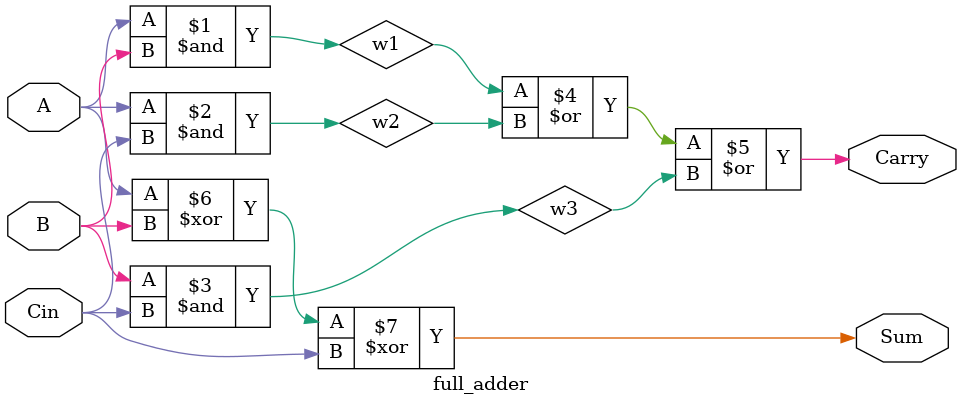
<source format=v>
`timescale 1ns / 1ps


module full_adder(input A,input B, input Cin, output Sum, output Carry);

wire w1, w2, w3;

assign w1 = (A & B);
assign w2 = (A & Cin);
assign w3 = (B & Cin);

assign Carry = (w1 | w2 | w3);
assign Sum = (A ^ B ^ Cin);

endmodule

</source>
